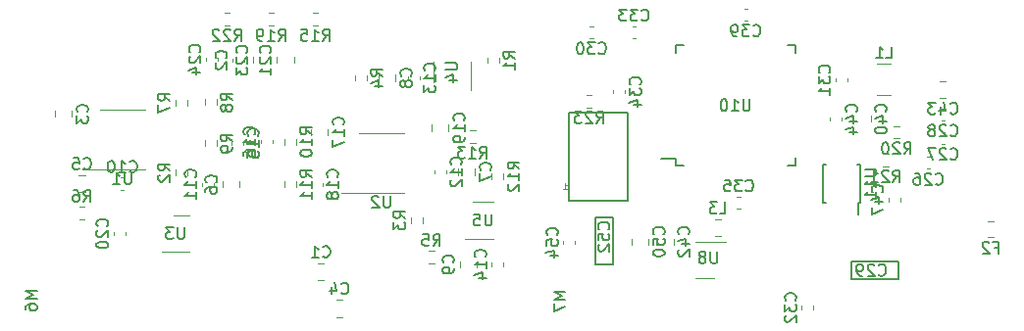
<source format=gbr>
%TF.GenerationSoftware,KiCad,Pcbnew,6.0.4-6f826c9f35~116~ubuntu20.04.1*%
%TF.CreationDate,2022-05-02T13:51:41+00:00*%
%TF.ProjectId,USTSIPIN01A,55535453-4950-4494-9e30-31412e6b6963,REV*%
%TF.SameCoordinates,Original*%
%TF.FileFunction,Legend,Bot*%
%TF.FilePolarity,Positive*%
%FSLAX46Y46*%
G04 Gerber Fmt 4.6, Leading zero omitted, Abs format (unit mm)*
G04 Created by KiCad (PCBNEW 6.0.4-6f826c9f35~116~ubuntu20.04.1) date 2022-05-02 13:51:41*
%MOMM*%
%LPD*%
G01*
G04 APERTURE LIST*
%ADD10C,0.150000*%
%ADD11C,0.050000*%
%ADD12C,0.120000*%
G04 APERTURE END LIST*
D10*
%TO.C,C20*%
X8993142Y20194857D02*
X9040761Y20242476D01*
X9088380Y20385333D01*
X9088380Y20480571D01*
X9040761Y20623428D01*
X8945523Y20718666D01*
X8850285Y20766285D01*
X8659809Y20813904D01*
X8516952Y20813904D01*
X8326476Y20766285D01*
X8231238Y20718666D01*
X8136000Y20623428D01*
X8088380Y20480571D01*
X8088380Y20385333D01*
X8136000Y20242476D01*
X8183619Y20194857D01*
X8183619Y19813904D02*
X8136000Y19766285D01*
X8088380Y19671047D01*
X8088380Y19432952D01*
X8136000Y19337714D01*
X8183619Y19290095D01*
X8278857Y19242476D01*
X8374095Y19242476D01*
X8516952Y19290095D01*
X9088380Y19861523D01*
X9088380Y19242476D01*
X8088380Y18623428D02*
X8088380Y18528190D01*
X8136000Y18432952D01*
X8183619Y18385333D01*
X8278857Y18337714D01*
X8469333Y18290095D01*
X8707428Y18290095D01*
X8897904Y18337714D01*
X8993142Y18385333D01*
X9040761Y18432952D01*
X9088380Y18528190D01*
X9088380Y18623428D01*
X9040761Y18718666D01*
X8993142Y18766285D01*
X8897904Y18813904D01*
X8707428Y18861523D01*
X8469333Y18861523D01*
X8278857Y18813904D01*
X8183619Y18766285D01*
X8136000Y18718666D01*
X8088380Y18623428D01*
%TO.C,C1*%
X27631666Y17572857D02*
X27679285Y17525238D01*
X27822142Y17477619D01*
X27917380Y17477619D01*
X28060238Y17525238D01*
X28155476Y17620476D01*
X28203095Y17715714D01*
X28250714Y17906190D01*
X28250714Y18049047D01*
X28203095Y18239523D01*
X28155476Y18334761D01*
X28060238Y18430000D01*
X27917380Y18477619D01*
X27822142Y18477619D01*
X27679285Y18430000D01*
X27631666Y18382380D01*
X26679285Y17477619D02*
X27250714Y17477619D01*
X26965000Y17477619D02*
X26965000Y18477619D01*
X27060238Y18334761D01*
X27155476Y18239523D01*
X27250714Y18191904D01*
%TO.C,C3*%
X7277142Y30069166D02*
X7324761Y30116785D01*
X7372380Y30259642D01*
X7372380Y30354880D01*
X7324761Y30497738D01*
X7229523Y30592976D01*
X7134285Y30640595D01*
X6943809Y30688214D01*
X6800952Y30688214D01*
X6610476Y30640595D01*
X6515238Y30592976D01*
X6420000Y30497738D01*
X6372380Y30354880D01*
X6372380Y30259642D01*
X6420000Y30116785D01*
X6467619Y30069166D01*
X6372380Y29735833D02*
X6372380Y29116785D01*
X6753333Y29450119D01*
X6753333Y29307261D01*
X6800952Y29212023D01*
X6848571Y29164404D01*
X6943809Y29116785D01*
X7181904Y29116785D01*
X7277142Y29164404D01*
X7324761Y29212023D01*
X7372380Y29307261D01*
X7372380Y29592976D01*
X7324761Y29688214D01*
X7277142Y29735833D01*
%TO.C,C4*%
X29219166Y14397857D02*
X29266785Y14350238D01*
X29409642Y14302619D01*
X29504880Y14302619D01*
X29647738Y14350238D01*
X29742976Y14445476D01*
X29790595Y14540714D01*
X29838214Y14731190D01*
X29838214Y14874047D01*
X29790595Y15064523D01*
X29742976Y15159761D01*
X29647738Y15255000D01*
X29504880Y15302619D01*
X29409642Y15302619D01*
X29266785Y15255000D01*
X29219166Y15207380D01*
X28362023Y14969285D02*
X28362023Y14302619D01*
X28600119Y15350238D02*
X28838214Y14635952D01*
X28219166Y14635952D01*
%TO.C,C5*%
X6994166Y25192857D02*
X7041785Y25145238D01*
X7184642Y25097619D01*
X7279880Y25097619D01*
X7422738Y25145238D01*
X7517976Y25240476D01*
X7565595Y25335714D01*
X7613214Y25526190D01*
X7613214Y25669047D01*
X7565595Y25859523D01*
X7517976Y25954761D01*
X7422738Y26050000D01*
X7279880Y26097619D01*
X7184642Y26097619D01*
X7041785Y26050000D01*
X6994166Y26002380D01*
X6089404Y26097619D02*
X6565595Y26097619D01*
X6613214Y25621428D01*
X6565595Y25669047D01*
X6470357Y25716666D01*
X6232261Y25716666D01*
X6137023Y25669047D01*
X6089404Y25621428D01*
X6041785Y25526190D01*
X6041785Y25288095D01*
X6089404Y25192857D01*
X6137023Y25145238D01*
X6232261Y25097619D01*
X6470357Y25097619D01*
X6565595Y25145238D01*
X6613214Y25192857D01*
%TO.C,C6*%
X18395142Y23973166D02*
X18442761Y24020785D01*
X18490380Y24163642D01*
X18490380Y24258880D01*
X18442761Y24401738D01*
X18347523Y24496976D01*
X18252285Y24544595D01*
X18061809Y24592214D01*
X17918952Y24592214D01*
X17728476Y24544595D01*
X17633238Y24496976D01*
X17538000Y24401738D01*
X17490380Y24258880D01*
X17490380Y24163642D01*
X17538000Y24020785D01*
X17585619Y23973166D01*
X17490380Y23116023D02*
X17490380Y23306500D01*
X17538000Y23401738D01*
X17585619Y23449357D01*
X17728476Y23544595D01*
X17918952Y23592214D01*
X18299904Y23592214D01*
X18395142Y23544595D01*
X18442761Y23496976D01*
X18490380Y23401738D01*
X18490380Y23211261D01*
X18442761Y23116023D01*
X18395142Y23068404D01*
X18299904Y23020785D01*
X18061809Y23020785D01*
X17966571Y23068404D01*
X17918952Y23116023D01*
X17871333Y23211261D01*
X17871333Y23401738D01*
X17918952Y23496976D01*
X17966571Y23544595D01*
X18061809Y23592214D01*
%TO.C,C7*%
X42075142Y25052666D02*
X42122761Y25100285D01*
X42170380Y25243142D01*
X42170380Y25338380D01*
X42122761Y25481238D01*
X42027523Y25576476D01*
X41932285Y25624095D01*
X41741809Y25671714D01*
X41598952Y25671714D01*
X41408476Y25624095D01*
X41313238Y25576476D01*
X41218000Y25481238D01*
X41170380Y25338380D01*
X41170380Y25243142D01*
X41218000Y25100285D01*
X41265619Y25052666D01*
X41170380Y24719333D02*
X41170380Y24052666D01*
X42170380Y24481238D01*
%TO.C,C8*%
X35217142Y33180666D02*
X35264761Y33228285D01*
X35312380Y33371142D01*
X35312380Y33466380D01*
X35264761Y33609238D01*
X35169523Y33704476D01*
X35074285Y33752095D01*
X34883809Y33799714D01*
X34740952Y33799714D01*
X34550476Y33752095D01*
X34455238Y33704476D01*
X34360000Y33609238D01*
X34312380Y33466380D01*
X34312380Y33371142D01*
X34360000Y33228285D01*
X34407619Y33180666D01*
X34740952Y32609238D02*
X34693333Y32704476D01*
X34645714Y32752095D01*
X34550476Y32799714D01*
X34502857Y32799714D01*
X34407619Y32752095D01*
X34360000Y32704476D01*
X34312380Y32609238D01*
X34312380Y32418761D01*
X34360000Y32323523D01*
X34407619Y32275904D01*
X34502857Y32228285D01*
X34550476Y32228285D01*
X34645714Y32275904D01*
X34693333Y32323523D01*
X34740952Y32418761D01*
X34740952Y32609238D01*
X34788571Y32704476D01*
X34836190Y32752095D01*
X34931428Y32799714D01*
X35121904Y32799714D01*
X35217142Y32752095D01*
X35264761Y32704476D01*
X35312380Y32609238D01*
X35312380Y32418761D01*
X35264761Y32323523D01*
X35217142Y32275904D01*
X35121904Y32228285D01*
X34931428Y32228285D01*
X34836190Y32275904D01*
X34788571Y32323523D01*
X34740952Y32418761D01*
%TO.C,C9*%
X38842142Y17051666D02*
X38889761Y17099285D01*
X38937380Y17242142D01*
X38937380Y17337380D01*
X38889761Y17480238D01*
X38794523Y17575476D01*
X38699285Y17623095D01*
X38508809Y17670714D01*
X38365952Y17670714D01*
X38175476Y17623095D01*
X38080238Y17575476D01*
X37985000Y17480238D01*
X37937380Y17337380D01*
X37937380Y17242142D01*
X37985000Y17099285D01*
X38032619Y17051666D01*
X38937380Y16575476D02*
X38937380Y16385000D01*
X38889761Y16289761D01*
X38842142Y16242142D01*
X38699285Y16146904D01*
X38508809Y16099285D01*
X38127857Y16099285D01*
X38032619Y16146904D01*
X37985000Y16194523D01*
X37937380Y16289761D01*
X37937380Y16480238D01*
X37985000Y16575476D01*
X38032619Y16623095D01*
X38127857Y16670714D01*
X38365952Y16670714D01*
X38461190Y16623095D01*
X38508809Y16575476D01*
X38556428Y16480238D01*
X38556428Y16289761D01*
X38508809Y16194523D01*
X38461190Y16146904D01*
X38365952Y16099285D01*
%TO.C,C10*%
X10962857Y24942857D02*
X11010476Y24895238D01*
X11153333Y24847619D01*
X11248571Y24847619D01*
X11391428Y24895238D01*
X11486666Y24990476D01*
X11534285Y25085714D01*
X11581904Y25276190D01*
X11581904Y25419047D01*
X11534285Y25609523D01*
X11486666Y25704761D01*
X11391428Y25800000D01*
X11248571Y25847619D01*
X11153333Y25847619D01*
X11010476Y25800000D01*
X10962857Y25752380D01*
X10010476Y24847619D02*
X10581904Y24847619D01*
X10296190Y24847619D02*
X10296190Y25847619D01*
X10391428Y25704761D01*
X10486666Y25609523D01*
X10581904Y25561904D01*
X9391428Y25847619D02*
X9296190Y25847619D01*
X9200952Y25800000D01*
X9153333Y25752380D01*
X9105714Y25657142D01*
X9058095Y25466666D01*
X9058095Y25228571D01*
X9105714Y25038095D01*
X9153333Y24942857D01*
X9200952Y24895238D01*
X9296190Y24847619D01*
X9391428Y24847619D01*
X9486666Y24895238D01*
X9534285Y24942857D01*
X9581904Y25038095D01*
X9629523Y25228571D01*
X9629523Y25466666D01*
X9581904Y25657142D01*
X9534285Y25752380D01*
X9486666Y25800000D01*
X9391428Y25847619D01*
%TO.C,C11*%
X16613142Y24449357D02*
X16660761Y24496976D01*
X16708380Y24639833D01*
X16708380Y24735071D01*
X16660761Y24877928D01*
X16565523Y24973166D01*
X16470285Y25020785D01*
X16279809Y25068404D01*
X16136952Y25068404D01*
X15946476Y25020785D01*
X15851238Y24973166D01*
X15756000Y24877928D01*
X15708380Y24735071D01*
X15708380Y24639833D01*
X15756000Y24496976D01*
X15803619Y24449357D01*
X16708380Y23496976D02*
X16708380Y24068404D01*
X16708380Y23782690D02*
X15708380Y23782690D01*
X15851238Y23877928D01*
X15946476Y23973166D01*
X15994095Y24068404D01*
X16708380Y22544595D02*
X16708380Y23116023D01*
X16708380Y22830309D02*
X15708380Y22830309D01*
X15851238Y22925547D01*
X15946476Y23020785D01*
X15994095Y23116023D01*
%TO.C,C12*%
X39539142Y25528857D02*
X39586761Y25576476D01*
X39634380Y25719333D01*
X39634380Y25814571D01*
X39586761Y25957428D01*
X39491523Y26052666D01*
X39396285Y26100285D01*
X39205809Y26147904D01*
X39062952Y26147904D01*
X38872476Y26100285D01*
X38777238Y26052666D01*
X38682000Y25957428D01*
X38634380Y25814571D01*
X38634380Y25719333D01*
X38682000Y25576476D01*
X38729619Y25528857D01*
X39634380Y24576476D02*
X39634380Y25147904D01*
X39634380Y24862190D02*
X38634380Y24862190D01*
X38777238Y24957428D01*
X38872476Y25052666D01*
X38920095Y25147904D01*
X38729619Y24195523D02*
X38682000Y24147904D01*
X38634380Y24052666D01*
X38634380Y23814571D01*
X38682000Y23719333D01*
X38729619Y23671714D01*
X38824857Y23624095D01*
X38920095Y23624095D01*
X39062952Y23671714D01*
X39634380Y24243142D01*
X39634380Y23624095D01*
%TO.C,C13*%
X37253142Y33656857D02*
X37300761Y33704476D01*
X37348380Y33847333D01*
X37348380Y33942571D01*
X37300761Y34085428D01*
X37205523Y34180666D01*
X37110285Y34228285D01*
X36919809Y34275904D01*
X36776952Y34275904D01*
X36586476Y34228285D01*
X36491238Y34180666D01*
X36396000Y34085428D01*
X36348380Y33942571D01*
X36348380Y33847333D01*
X36396000Y33704476D01*
X36443619Y33656857D01*
X37348380Y32704476D02*
X37348380Y33275904D01*
X37348380Y32990190D02*
X36348380Y32990190D01*
X36491238Y33085428D01*
X36586476Y33180666D01*
X36634095Y33275904D01*
X36348380Y32371142D02*
X36348380Y31752095D01*
X36729333Y32085428D01*
X36729333Y31942571D01*
X36776952Y31847333D01*
X36824571Y31799714D01*
X36919809Y31752095D01*
X37157904Y31752095D01*
X37253142Y31799714D01*
X37300761Y31847333D01*
X37348380Y31942571D01*
X37348380Y32228285D01*
X37300761Y32323523D01*
X37253142Y32371142D01*
%TO.C,C14*%
X41632142Y17527857D02*
X41679761Y17575476D01*
X41727380Y17718333D01*
X41727380Y17813571D01*
X41679761Y17956428D01*
X41584523Y18051666D01*
X41489285Y18099285D01*
X41298809Y18146904D01*
X41155952Y18146904D01*
X40965476Y18099285D01*
X40870238Y18051666D01*
X40775000Y17956428D01*
X40727380Y17813571D01*
X40727380Y17718333D01*
X40775000Y17575476D01*
X40822619Y17527857D01*
X41727380Y16575476D02*
X41727380Y17146904D01*
X41727380Y16861190D02*
X40727380Y16861190D01*
X40870238Y16956428D01*
X40965476Y17051666D01*
X41013095Y17146904D01*
X41060714Y15718333D02*
X41727380Y15718333D01*
X40679761Y15956428D02*
X41394047Y16194523D01*
X41394047Y15575476D01*
%TO.C,C15*%
X22013142Y28005357D02*
X22060761Y28052976D01*
X22108380Y28195833D01*
X22108380Y28291071D01*
X22060761Y28433928D01*
X21965523Y28529166D01*
X21870285Y28576785D01*
X21679809Y28624404D01*
X21536952Y28624404D01*
X21346476Y28576785D01*
X21251238Y28529166D01*
X21156000Y28433928D01*
X21108380Y28291071D01*
X21108380Y28195833D01*
X21156000Y28052976D01*
X21203619Y28005357D01*
X22108380Y27052976D02*
X22108380Y27624404D01*
X22108380Y27338690D02*
X21108380Y27338690D01*
X21251238Y27433928D01*
X21346476Y27529166D01*
X21394095Y27624404D01*
X21108380Y26148214D02*
X21108380Y26624404D01*
X21584571Y26672023D01*
X21536952Y26624404D01*
X21489333Y26529166D01*
X21489333Y26291071D01*
X21536952Y26195833D01*
X21584571Y26148214D01*
X21679809Y26100595D01*
X21917904Y26100595D01*
X22013142Y26148214D01*
X22060761Y26195833D01*
X22108380Y26291071D01*
X22108380Y26529166D01*
X22060761Y26624404D01*
X22013142Y26672023D01*
%TO.C,C16*%
X21693142Y28132357D02*
X21740761Y28179976D01*
X21788380Y28322833D01*
X21788380Y28418071D01*
X21740761Y28560928D01*
X21645523Y28656166D01*
X21550285Y28703785D01*
X21359809Y28751404D01*
X21216952Y28751404D01*
X21026476Y28703785D01*
X20931238Y28656166D01*
X20836000Y28560928D01*
X20788380Y28418071D01*
X20788380Y28322833D01*
X20836000Y28179976D01*
X20883619Y28132357D01*
X21788380Y27179976D02*
X21788380Y27751404D01*
X21788380Y27465690D02*
X20788380Y27465690D01*
X20931238Y27560928D01*
X21026476Y27656166D01*
X21074095Y27751404D01*
X20788380Y26322833D02*
X20788380Y26513309D01*
X20836000Y26608547D01*
X20883619Y26656166D01*
X21026476Y26751404D01*
X21216952Y26799023D01*
X21597904Y26799023D01*
X21693142Y26751404D01*
X21740761Y26703785D01*
X21788380Y26608547D01*
X21788380Y26418071D01*
X21740761Y26322833D01*
X21693142Y26275214D01*
X21597904Y26227595D01*
X21359809Y26227595D01*
X21264571Y26275214D01*
X21216952Y26322833D01*
X21169333Y26418071D01*
X21169333Y26608547D01*
X21216952Y26703785D01*
X21264571Y26751404D01*
X21359809Y26799023D01*
%TO.C,C17*%
X29375142Y28957857D02*
X29422761Y29005476D01*
X29470380Y29148333D01*
X29470380Y29243571D01*
X29422761Y29386428D01*
X29327523Y29481666D01*
X29232285Y29529285D01*
X29041809Y29576904D01*
X28898952Y29576904D01*
X28708476Y29529285D01*
X28613238Y29481666D01*
X28518000Y29386428D01*
X28470380Y29243571D01*
X28470380Y29148333D01*
X28518000Y29005476D01*
X28565619Y28957857D01*
X29470380Y28005476D02*
X29470380Y28576904D01*
X29470380Y28291190D02*
X28470380Y28291190D01*
X28613238Y28386428D01*
X28708476Y28481666D01*
X28756095Y28576904D01*
X28470380Y27672142D02*
X28470380Y27005476D01*
X29470380Y27434047D01*
%TO.C,C18*%
X28871142Y24449357D02*
X28918761Y24496976D01*
X28966380Y24639833D01*
X28966380Y24735071D01*
X28918761Y24877928D01*
X28823523Y24973166D01*
X28728285Y25020785D01*
X28537809Y25068404D01*
X28394952Y25068404D01*
X28204476Y25020785D01*
X28109238Y24973166D01*
X28014000Y24877928D01*
X27966380Y24735071D01*
X27966380Y24639833D01*
X28014000Y24496976D01*
X28061619Y24449357D01*
X28966380Y23496976D02*
X28966380Y24068404D01*
X28966380Y23782690D02*
X27966380Y23782690D01*
X28109238Y23877928D01*
X28204476Y23973166D01*
X28252095Y24068404D01*
X28394952Y22925547D02*
X28347333Y23020785D01*
X28299714Y23068404D01*
X28204476Y23116023D01*
X28156857Y23116023D01*
X28061619Y23068404D01*
X28014000Y23020785D01*
X27966380Y22925547D01*
X27966380Y22735071D01*
X28014000Y22639833D01*
X28061619Y22592214D01*
X28156857Y22544595D01*
X28204476Y22544595D01*
X28299714Y22592214D01*
X28347333Y22639833D01*
X28394952Y22735071D01*
X28394952Y22925547D01*
X28442571Y23020785D01*
X28490190Y23068404D01*
X28585428Y23116023D01*
X28775904Y23116023D01*
X28871142Y23068404D01*
X28918761Y23020785D01*
X28966380Y22925547D01*
X28966380Y22735071D01*
X28918761Y22639833D01*
X28871142Y22592214D01*
X28775904Y22544595D01*
X28585428Y22544595D01*
X28490190Y22592214D01*
X28442571Y22639833D01*
X28394952Y22735071D01*
%TO.C,C19*%
X39789142Y29338857D02*
X39836761Y29386476D01*
X39884380Y29529333D01*
X39884380Y29624571D01*
X39836761Y29767428D01*
X39741523Y29862666D01*
X39646285Y29910285D01*
X39455809Y29957904D01*
X39312952Y29957904D01*
X39122476Y29910285D01*
X39027238Y29862666D01*
X38932000Y29767428D01*
X38884380Y29624571D01*
X38884380Y29529333D01*
X38932000Y29386476D01*
X38979619Y29338857D01*
X39884380Y28386476D02*
X39884380Y28957904D01*
X39884380Y28672190D02*
X38884380Y28672190D01*
X39027238Y28767428D01*
X39122476Y28862666D01*
X39170095Y28957904D01*
X39884380Y27910285D02*
X39884380Y27719809D01*
X39836761Y27624571D01*
X39789142Y27576952D01*
X39646285Y27481714D01*
X39455809Y27434095D01*
X39074857Y27434095D01*
X38979619Y27481714D01*
X38932000Y27529333D01*
X38884380Y27624571D01*
X38884380Y27815047D01*
X38932000Y27910285D01*
X38979619Y27957904D01*
X39074857Y28005523D01*
X39312952Y28005523D01*
X39408190Y27957904D01*
X39455809Y27910285D01*
X39503428Y27815047D01*
X39503428Y27624571D01*
X39455809Y27529333D01*
X39408190Y27481714D01*
X39312952Y27434095D01*
%TO.C,R3*%
X34742380Y20861666D02*
X34266190Y21195000D01*
X34742380Y21433095D02*
X33742380Y21433095D01*
X33742380Y21052142D01*
X33790000Y20956904D01*
X33837619Y20909285D01*
X33932857Y20861666D01*
X34075714Y20861666D01*
X34170952Y20909285D01*
X34218571Y20956904D01*
X34266190Y21052142D01*
X34266190Y21433095D01*
X33742380Y20528333D02*
X33742380Y19909285D01*
X34123333Y20242619D01*
X34123333Y20099761D01*
X34170952Y20004523D01*
X34218571Y19956904D01*
X34313809Y19909285D01*
X34551904Y19909285D01*
X34647142Y19956904D01*
X34694761Y20004523D01*
X34742380Y20099761D01*
X34742380Y20385476D01*
X34694761Y20480714D01*
X34647142Y20528333D01*
%TO.C,R4*%
X32776380Y33180666D02*
X32300190Y33514000D01*
X32776380Y33752095D02*
X31776380Y33752095D01*
X31776380Y33371142D01*
X31824000Y33275904D01*
X31871619Y33228285D01*
X31966857Y33180666D01*
X32109714Y33180666D01*
X32204952Y33228285D01*
X32252571Y33275904D01*
X32300190Y33371142D01*
X32300190Y33752095D01*
X32109714Y32323523D02*
X32776380Y32323523D01*
X31728761Y32561619D02*
X32443047Y32799714D01*
X32443047Y32180666D01*
%TO.C,R5*%
X37156666Y18497619D02*
X37490000Y18973809D01*
X37728095Y18497619D02*
X37728095Y19497619D01*
X37347142Y19497619D01*
X37251904Y19450000D01*
X37204285Y19402380D01*
X37156666Y19307142D01*
X37156666Y19164285D01*
X37204285Y19069047D01*
X37251904Y19021428D01*
X37347142Y18973809D01*
X37728095Y18973809D01*
X36251904Y19497619D02*
X36728095Y19497619D01*
X36775714Y19021428D01*
X36728095Y19069047D01*
X36632857Y19116666D01*
X36394761Y19116666D01*
X36299523Y19069047D01*
X36251904Y19021428D01*
X36204285Y18926190D01*
X36204285Y18688095D01*
X36251904Y18592857D01*
X36299523Y18545238D01*
X36394761Y18497619D01*
X36632857Y18497619D01*
X36728095Y18545238D01*
X36775714Y18592857D01*
%TO.C,R6*%
X6994166Y22307619D02*
X7327500Y22783809D01*
X7565595Y22307619D02*
X7565595Y23307619D01*
X7184642Y23307619D01*
X7089404Y23260000D01*
X7041785Y23212380D01*
X6994166Y23117142D01*
X6994166Y22974285D01*
X7041785Y22879047D01*
X7089404Y22831428D01*
X7184642Y22783809D01*
X7565595Y22783809D01*
X6137023Y23307619D02*
X6327500Y23307619D01*
X6422738Y23260000D01*
X6470357Y23212380D01*
X6565595Y23069523D01*
X6613214Y22879047D01*
X6613214Y22498095D01*
X6565595Y22402857D01*
X6517976Y22355238D01*
X6422738Y22307619D01*
X6232261Y22307619D01*
X6137023Y22355238D01*
X6089404Y22402857D01*
X6041785Y22498095D01*
X6041785Y22736190D01*
X6089404Y22831428D01*
X6137023Y22879047D01*
X6232261Y22926666D01*
X6422738Y22926666D01*
X6517976Y22879047D01*
X6565595Y22831428D01*
X6613214Y22736190D01*
%TO.C,R7*%
X14422380Y31021666D02*
X13946190Y31355000D01*
X14422380Y31593095D02*
X13422380Y31593095D01*
X13422380Y31212142D01*
X13470000Y31116904D01*
X13517619Y31069285D01*
X13612857Y31021666D01*
X13755714Y31021666D01*
X13850952Y31069285D01*
X13898571Y31116904D01*
X13946190Y31212142D01*
X13946190Y31593095D01*
X13422380Y30688333D02*
X13422380Y30021666D01*
X14422380Y30450238D01*
%TO.C,R8*%
X19822380Y31085166D02*
X19346190Y31418500D01*
X19822380Y31656595D02*
X18822380Y31656595D01*
X18822380Y31275642D01*
X18870000Y31180404D01*
X18917619Y31132785D01*
X19012857Y31085166D01*
X19155714Y31085166D01*
X19250952Y31132785D01*
X19298571Y31180404D01*
X19346190Y31275642D01*
X19346190Y31656595D01*
X19250952Y30513738D02*
X19203333Y30608976D01*
X19155714Y30656595D01*
X19060476Y30704214D01*
X19012857Y30704214D01*
X18917619Y30656595D01*
X18870000Y30608976D01*
X18822380Y30513738D01*
X18822380Y30323261D01*
X18870000Y30228023D01*
X18917619Y30180404D01*
X19012857Y30132785D01*
X19060476Y30132785D01*
X19155714Y30180404D01*
X19203333Y30228023D01*
X19250952Y30323261D01*
X19250952Y30513738D01*
X19298571Y30608976D01*
X19346190Y30656595D01*
X19441428Y30704214D01*
X19631904Y30704214D01*
X19727142Y30656595D01*
X19774761Y30608976D01*
X19822380Y30513738D01*
X19822380Y30323261D01*
X19774761Y30228023D01*
X19727142Y30180404D01*
X19631904Y30132785D01*
X19441428Y30132785D01*
X19346190Y30180404D01*
X19298571Y30228023D01*
X19250952Y30323261D01*
%TO.C,R9*%
X19822380Y27529166D02*
X19346190Y27862500D01*
X19822380Y28100595D02*
X18822380Y28100595D01*
X18822380Y27719642D01*
X18870000Y27624404D01*
X18917619Y27576785D01*
X19012857Y27529166D01*
X19155714Y27529166D01*
X19250952Y27576785D01*
X19298571Y27624404D01*
X19346190Y27719642D01*
X19346190Y28100595D01*
X19822380Y27052976D02*
X19822380Y26862500D01*
X19774761Y26767261D01*
X19727142Y26719642D01*
X19584285Y26624404D01*
X19393809Y26576785D01*
X19012857Y26576785D01*
X18917619Y26624404D01*
X18870000Y26672023D01*
X18822380Y26767261D01*
X18822380Y26957738D01*
X18870000Y27052976D01*
X18917619Y27100595D01*
X19012857Y27148214D01*
X19250952Y27148214D01*
X19346190Y27100595D01*
X19393809Y27052976D01*
X19441428Y26957738D01*
X19441428Y26767261D01*
X19393809Y26672023D01*
X19346190Y26624404D01*
X19250952Y26576785D01*
%TO.C,R10*%
X26680380Y28132357D02*
X26204190Y28465690D01*
X26680380Y28703785D02*
X25680380Y28703785D01*
X25680380Y28322833D01*
X25728000Y28227595D01*
X25775619Y28179976D01*
X25870857Y28132357D01*
X26013714Y28132357D01*
X26108952Y28179976D01*
X26156571Y28227595D01*
X26204190Y28322833D01*
X26204190Y28703785D01*
X26680380Y27179976D02*
X26680380Y27751404D01*
X26680380Y27465690D02*
X25680380Y27465690D01*
X25823238Y27560928D01*
X25918476Y27656166D01*
X25966095Y27751404D01*
X25680380Y26560928D02*
X25680380Y26465690D01*
X25728000Y26370452D01*
X25775619Y26322833D01*
X25870857Y26275214D01*
X26061333Y26227595D01*
X26299428Y26227595D01*
X26489904Y26275214D01*
X26585142Y26322833D01*
X26632761Y26370452D01*
X26680380Y26465690D01*
X26680380Y26560928D01*
X26632761Y26656166D01*
X26585142Y26703785D01*
X26489904Y26751404D01*
X26299428Y26799023D01*
X26061333Y26799023D01*
X25870857Y26751404D01*
X25775619Y26703785D01*
X25728000Y26656166D01*
X25680380Y26560928D01*
%TO.C,R11*%
X26680380Y24449357D02*
X26204190Y24782690D01*
X26680380Y25020785D02*
X25680380Y25020785D01*
X25680380Y24639833D01*
X25728000Y24544595D01*
X25775619Y24496976D01*
X25870857Y24449357D01*
X26013714Y24449357D01*
X26108952Y24496976D01*
X26156571Y24544595D01*
X26204190Y24639833D01*
X26204190Y25020785D01*
X26680380Y23496976D02*
X26680380Y24068404D01*
X26680380Y23782690D02*
X25680380Y23782690D01*
X25823238Y23877928D01*
X25918476Y23973166D01*
X25966095Y24068404D01*
X26680380Y22544595D02*
X26680380Y23116023D01*
X26680380Y22830309D02*
X25680380Y22830309D01*
X25823238Y22925547D01*
X25918476Y23020785D01*
X25966095Y23116023D01*
%TO.C,R12*%
X44587380Y25147857D02*
X44111190Y25481190D01*
X44587380Y25719285D02*
X43587380Y25719285D01*
X43587380Y25338333D01*
X43635000Y25243095D01*
X43682619Y25195476D01*
X43777857Y25147857D01*
X43920714Y25147857D01*
X44015952Y25195476D01*
X44063571Y25243095D01*
X44111190Y25338333D01*
X44111190Y25719285D01*
X44587380Y24195476D02*
X44587380Y24766904D01*
X44587380Y24481190D02*
X43587380Y24481190D01*
X43730238Y24576428D01*
X43825476Y24671666D01*
X43873095Y24766904D01*
X43682619Y23814523D02*
X43635000Y23766904D01*
X43587380Y23671666D01*
X43587380Y23433571D01*
X43635000Y23338333D01*
X43682619Y23290714D01*
X43777857Y23243095D01*
X43873095Y23243095D01*
X44015952Y23290714D01*
X44587380Y23862142D01*
X44587380Y23243095D01*
%TO.C,R13*%
X41188857Y26051619D02*
X41522190Y26527809D01*
X41760285Y26051619D02*
X41760285Y27051619D01*
X41379333Y27051619D01*
X41284095Y27004000D01*
X41236476Y26956380D01*
X41188857Y26861142D01*
X41188857Y26718285D01*
X41236476Y26623047D01*
X41284095Y26575428D01*
X41379333Y26527809D01*
X41760285Y26527809D01*
X40236476Y26051619D02*
X40807904Y26051619D01*
X40522190Y26051619D02*
X40522190Y27051619D01*
X40617428Y26908761D01*
X40712666Y26813523D01*
X40807904Y26765904D01*
X39903142Y27051619D02*
X39284095Y27051619D01*
X39617428Y26670666D01*
X39474571Y26670666D01*
X39379333Y26623047D01*
X39331714Y26575428D01*
X39284095Y26480190D01*
X39284095Y26242095D01*
X39331714Y26146857D01*
X39379333Y26099238D01*
X39474571Y26051619D01*
X39760285Y26051619D01*
X39855523Y26099238D01*
X39903142Y26146857D01*
%TO.C,U1*%
X11081904Y24827619D02*
X11081904Y24018095D01*
X11034285Y23922857D01*
X10986666Y23875238D01*
X10891428Y23827619D01*
X10700952Y23827619D01*
X10605714Y23875238D01*
X10558095Y23922857D01*
X10510476Y24018095D01*
X10510476Y24827619D01*
X9510476Y23827619D02*
X10081904Y23827619D01*
X9796190Y23827619D02*
X9796190Y24827619D01*
X9891428Y24684761D01*
X9986666Y24589523D01*
X10081904Y24541904D01*
%TO.C,U4*%
X38220380Y34283904D02*
X39029904Y34283904D01*
X39125142Y34236285D01*
X39172761Y34188666D01*
X39220380Y34093428D01*
X39220380Y33902952D01*
X39172761Y33807714D01*
X39125142Y33760095D01*
X39029904Y33712476D01*
X38220380Y33712476D01*
X38553714Y32807714D02*
X39220380Y32807714D01*
X38172761Y33045809D02*
X38887047Y33283904D01*
X38887047Y32664857D01*
%TO.C,U5*%
X42196904Y21242619D02*
X42196904Y20433095D01*
X42149285Y20337857D01*
X42101666Y20290238D01*
X42006428Y20242619D01*
X41815952Y20242619D01*
X41720714Y20290238D01*
X41673095Y20337857D01*
X41625476Y20433095D01*
X41625476Y21242619D01*
X40673095Y21242619D02*
X41149285Y21242619D01*
X41196904Y20766428D01*
X41149285Y20814047D01*
X41054047Y20861666D01*
X40815952Y20861666D01*
X40720714Y20814047D01*
X40673095Y20766428D01*
X40625476Y20671190D01*
X40625476Y20433095D01*
X40673095Y20337857D01*
X40720714Y20290238D01*
X40815952Y20242619D01*
X41054047Y20242619D01*
X41149285Y20290238D01*
X41196904Y20337857D01*
%TO.C,R2*%
X14422380Y24989166D02*
X13946190Y25322500D01*
X14422380Y25560595D02*
X13422380Y25560595D01*
X13422380Y25179642D01*
X13470000Y25084404D01*
X13517619Y25036785D01*
X13612857Y24989166D01*
X13755714Y24989166D01*
X13850952Y25036785D01*
X13898571Y25084404D01*
X13946190Y25179642D01*
X13946190Y25560595D01*
X13517619Y24608214D02*
X13470000Y24560595D01*
X13422380Y24465357D01*
X13422380Y24227261D01*
X13470000Y24132023D01*
X13517619Y24084404D01*
X13612857Y24036785D01*
X13708095Y24036785D01*
X13850952Y24084404D01*
X14422380Y24655833D01*
X14422380Y24036785D01*
%TO.C,U2*%
X33433904Y22795619D02*
X33433904Y21986095D01*
X33386285Y21890857D01*
X33338666Y21843238D01*
X33243428Y21795619D01*
X33052952Y21795619D01*
X32957714Y21843238D01*
X32910095Y21890857D01*
X32862476Y21986095D01*
X32862476Y22795619D01*
X32433904Y22700380D02*
X32386285Y22748000D01*
X32291047Y22795619D01*
X32052952Y22795619D01*
X31957714Y22748000D01*
X31910095Y22700380D01*
X31862476Y22605142D01*
X31862476Y22509904D01*
X31910095Y22367047D01*
X32481523Y21795619D01*
X31862476Y21795619D01*
%TO.C,R1*%
X44206380Y34704666D02*
X43730190Y35038000D01*
X44206380Y35276095D02*
X43206380Y35276095D01*
X43206380Y34895142D01*
X43254000Y34799904D01*
X43301619Y34752285D01*
X43396857Y34704666D01*
X43539714Y34704666D01*
X43634952Y34752285D01*
X43682571Y34799904D01*
X43730190Y34895142D01*
X43730190Y35276095D01*
X44206380Y33752285D02*
X44206380Y34323714D01*
X44206380Y34038000D02*
X43206380Y34038000D01*
X43349238Y34133238D01*
X43444476Y34228476D01*
X43492095Y34323714D01*
%TO.C,C2*%
X19247142Y34710666D02*
X19294761Y34758285D01*
X19342380Y34901142D01*
X19342380Y34996380D01*
X19294761Y35139238D01*
X19199523Y35234476D01*
X19104285Y35282095D01*
X18913809Y35329714D01*
X18770952Y35329714D01*
X18580476Y35282095D01*
X18485238Y35234476D01*
X18390000Y35139238D01*
X18342380Y34996380D01*
X18342380Y34901142D01*
X18390000Y34758285D01*
X18437619Y34710666D01*
X18437619Y34329714D02*
X18390000Y34282095D01*
X18342380Y34186857D01*
X18342380Y33948761D01*
X18390000Y33853523D01*
X18437619Y33805904D01*
X18532857Y33758285D01*
X18628095Y33758285D01*
X18770952Y33805904D01*
X19342380Y34377333D01*
X19342380Y33758285D01*
%TO.C,U3*%
X15653904Y20099619D02*
X15653904Y19290095D01*
X15606285Y19194857D01*
X15558666Y19147238D01*
X15463428Y19099619D01*
X15272952Y19099619D01*
X15177714Y19147238D01*
X15130095Y19194857D01*
X15082476Y19290095D01*
X15082476Y20099619D01*
X14701523Y20099619D02*
X14082476Y20099619D01*
X14415809Y19718666D01*
X14272952Y19718666D01*
X14177714Y19671047D01*
X14130095Y19623428D01*
X14082476Y19528190D01*
X14082476Y19290095D01*
X14130095Y19194857D01*
X14177714Y19147238D01*
X14272952Y19099619D01*
X14558666Y19099619D01*
X14653904Y19147238D01*
X14701523Y19194857D01*
%TO.C,C21*%
X23061142Y35186857D02*
X23108761Y35234476D01*
X23156380Y35377333D01*
X23156380Y35472571D01*
X23108761Y35615428D01*
X23013523Y35710666D01*
X22918285Y35758285D01*
X22727809Y35805904D01*
X22584952Y35805904D01*
X22394476Y35758285D01*
X22299238Y35710666D01*
X22204000Y35615428D01*
X22156380Y35472571D01*
X22156380Y35377333D01*
X22204000Y35234476D01*
X22251619Y35186857D01*
X22251619Y34805904D02*
X22204000Y34758285D01*
X22156380Y34663047D01*
X22156380Y34424952D01*
X22204000Y34329714D01*
X22251619Y34282095D01*
X22346857Y34234476D01*
X22442095Y34234476D01*
X22584952Y34282095D01*
X23156380Y34853523D01*
X23156380Y34234476D01*
X23156380Y33282095D02*
X23156380Y33853523D01*
X23156380Y33567809D02*
X22156380Y33567809D01*
X22299238Y33663047D01*
X22394476Y33758285D01*
X22442095Y33853523D01*
%TO.C,F2*%
X85613833Y18360428D02*
X85947166Y18360428D01*
X85947166Y17836619D02*
X85947166Y18836619D01*
X85470976Y18836619D01*
X85137642Y18741380D02*
X85090023Y18789000D01*
X84994785Y18836619D01*
X84756690Y18836619D01*
X84661452Y18789000D01*
X84613833Y18741380D01*
X84566214Y18646142D01*
X84566214Y18550904D01*
X84613833Y18408047D01*
X85185261Y17836619D01*
X84566214Y17836619D01*
%TO.C,L3*%
X61888666Y21263619D02*
X62364857Y21263619D01*
X62364857Y22263619D01*
X61650571Y22263619D02*
X61031523Y22263619D01*
X61364857Y21882666D01*
X61222000Y21882666D01*
X61126761Y21835047D01*
X61079142Y21787428D01*
X61031523Y21692190D01*
X61031523Y21454095D01*
X61079142Y21358857D01*
X61126761Y21311238D01*
X61222000Y21263619D01*
X61507714Y21263619D01*
X61602952Y21311238D01*
X61650571Y21358857D01*
%TO.C,C50*%
X57028142Y19502357D02*
X57075761Y19549976D01*
X57123380Y19692833D01*
X57123380Y19788071D01*
X57075761Y19930928D01*
X56980523Y20026166D01*
X56885285Y20073785D01*
X56694809Y20121404D01*
X56551952Y20121404D01*
X56361476Y20073785D01*
X56266238Y20026166D01*
X56171000Y19930928D01*
X56123380Y19788071D01*
X56123380Y19692833D01*
X56171000Y19549976D01*
X56218619Y19502357D01*
X56123380Y18597595D02*
X56123380Y19073785D01*
X56599571Y19121404D01*
X56551952Y19073785D01*
X56504333Y18978547D01*
X56504333Y18740452D01*
X56551952Y18645214D01*
X56599571Y18597595D01*
X56694809Y18549976D01*
X56932904Y18549976D01*
X57028142Y18597595D01*
X57075761Y18645214D01*
X57123380Y18740452D01*
X57123380Y18978547D01*
X57075761Y19073785D01*
X57028142Y19121404D01*
X56123380Y17930928D02*
X56123380Y17835690D01*
X56171000Y17740452D01*
X56218619Y17692833D01*
X56313857Y17645214D01*
X56504333Y17597595D01*
X56742428Y17597595D01*
X56932904Y17645214D01*
X57028142Y17692833D01*
X57075761Y17740452D01*
X57123380Y17835690D01*
X57123380Y17930928D01*
X57075761Y18026166D01*
X57028142Y18073785D01*
X56932904Y18121404D01*
X56742428Y18169023D01*
X56504333Y18169023D01*
X56313857Y18121404D01*
X56218619Y18073785D01*
X56171000Y18026166D01*
X56123380Y17930928D01*
%TO.C,C42*%
X59187142Y19502357D02*
X59234761Y19549976D01*
X59282380Y19692833D01*
X59282380Y19788071D01*
X59234761Y19930928D01*
X59139523Y20026166D01*
X59044285Y20073785D01*
X58853809Y20121404D01*
X58710952Y20121404D01*
X58520476Y20073785D01*
X58425238Y20026166D01*
X58330000Y19930928D01*
X58282380Y19788071D01*
X58282380Y19692833D01*
X58330000Y19549976D01*
X58377619Y19502357D01*
X58615714Y18645214D02*
X59282380Y18645214D01*
X58234761Y18883309D02*
X58949047Y19121404D01*
X58949047Y18502357D01*
X58377619Y18169023D02*
X58330000Y18121404D01*
X58282380Y18026166D01*
X58282380Y17788071D01*
X58330000Y17692833D01*
X58377619Y17645214D01*
X58472857Y17597595D01*
X58568095Y17597595D01*
X58710952Y17645214D01*
X59282380Y18216642D01*
X59282380Y17597595D01*
%TO.C,C52*%
X52274742Y19921457D02*
X52322361Y19969076D01*
X52369980Y20111933D01*
X52369980Y20207171D01*
X52322361Y20350028D01*
X52227123Y20445266D01*
X52131885Y20492885D01*
X51941409Y20540504D01*
X51798552Y20540504D01*
X51608076Y20492885D01*
X51512838Y20445266D01*
X51417600Y20350028D01*
X51369980Y20207171D01*
X51369980Y20111933D01*
X51417600Y19969076D01*
X51465219Y19921457D01*
X51369980Y19016695D02*
X51369980Y19492885D01*
X51846171Y19540504D01*
X51798552Y19492885D01*
X51750933Y19397647D01*
X51750933Y19159552D01*
X51798552Y19064314D01*
X51846171Y19016695D01*
X51941409Y18969076D01*
X52179504Y18969076D01*
X52274742Y19016695D01*
X52322361Y19064314D01*
X52369980Y19159552D01*
X52369980Y19397647D01*
X52322361Y19492885D01*
X52274742Y19540504D01*
X51465219Y18588123D02*
X51417600Y18540504D01*
X51369980Y18445266D01*
X51369980Y18207171D01*
X51417600Y18111933D01*
X51465219Y18064314D01*
X51560457Y18016695D01*
X51655695Y18016695D01*
X51798552Y18064314D01*
X52369980Y18635742D01*
X52369980Y18016695D01*
%TO.C,C44*%
X73669142Y30106857D02*
X73716761Y30154476D01*
X73764380Y30297333D01*
X73764380Y30392571D01*
X73716761Y30535428D01*
X73621523Y30630666D01*
X73526285Y30678285D01*
X73335809Y30725904D01*
X73192952Y30725904D01*
X73002476Y30678285D01*
X72907238Y30630666D01*
X72812000Y30535428D01*
X72764380Y30392571D01*
X72764380Y30297333D01*
X72812000Y30154476D01*
X72859619Y30106857D01*
X73097714Y29249714D02*
X73764380Y29249714D01*
X72716761Y29487809D02*
X73431047Y29725904D01*
X73431047Y29106857D01*
X73097714Y28297333D02*
X73764380Y28297333D01*
X72716761Y28535428D02*
X73431047Y28773523D01*
X73431047Y28154476D01*
%TO.C,C40*%
X76205142Y30106857D02*
X76252761Y30154476D01*
X76300380Y30297333D01*
X76300380Y30392571D01*
X76252761Y30535428D01*
X76157523Y30630666D01*
X76062285Y30678285D01*
X75871809Y30725904D01*
X75728952Y30725904D01*
X75538476Y30678285D01*
X75443238Y30630666D01*
X75348000Y30535428D01*
X75300380Y30392571D01*
X75300380Y30297333D01*
X75348000Y30154476D01*
X75395619Y30106857D01*
X75633714Y29249714D02*
X76300380Y29249714D01*
X75252761Y29487809D02*
X75967047Y29725904D01*
X75967047Y29106857D01*
X75300380Y28535428D02*
X75300380Y28440190D01*
X75348000Y28344952D01*
X75395619Y28297333D01*
X75490857Y28249714D01*
X75681333Y28202095D01*
X75919428Y28202095D01*
X76109904Y28249714D01*
X76205142Y28297333D01*
X76252761Y28344952D01*
X76300380Y28440190D01*
X76300380Y28535428D01*
X76252761Y28630666D01*
X76205142Y28678285D01*
X76109904Y28725904D01*
X75919428Y28773523D01*
X75681333Y28773523D01*
X75490857Y28725904D01*
X75395619Y28678285D01*
X75348000Y28630666D01*
X75300380Y28535428D01*
%TO.C,C31*%
X71317142Y33472357D02*
X71364761Y33519976D01*
X71412380Y33662833D01*
X71412380Y33758071D01*
X71364761Y33900928D01*
X71269523Y33996166D01*
X71174285Y34043785D01*
X70983809Y34091404D01*
X70840952Y34091404D01*
X70650476Y34043785D01*
X70555238Y33996166D01*
X70460000Y33900928D01*
X70412380Y33758071D01*
X70412380Y33662833D01*
X70460000Y33519976D01*
X70507619Y33472357D01*
X70412380Y33139023D02*
X70412380Y32519976D01*
X70793333Y32853309D01*
X70793333Y32710452D01*
X70840952Y32615214D01*
X70888571Y32567595D01*
X70983809Y32519976D01*
X71221904Y32519976D01*
X71317142Y32567595D01*
X71364761Y32615214D01*
X71412380Y32710452D01*
X71412380Y32996166D01*
X71364761Y33091404D01*
X71317142Y33139023D01*
X71412380Y31567595D02*
X71412380Y32139023D01*
X71412380Y31853309D02*
X70412380Y31853309D01*
X70555238Y31948547D01*
X70650476Y32043785D01*
X70698095Y32139023D01*
%TO.C,C27*%
X81795857Y26025857D02*
X81843476Y25978238D01*
X81986333Y25930619D01*
X82081571Y25930619D01*
X82224428Y25978238D01*
X82319666Y26073476D01*
X82367285Y26168714D01*
X82414904Y26359190D01*
X82414904Y26502047D01*
X82367285Y26692523D01*
X82319666Y26787761D01*
X82224428Y26883000D01*
X82081571Y26930619D01*
X81986333Y26930619D01*
X81843476Y26883000D01*
X81795857Y26835380D01*
X81414904Y26835380D02*
X81367285Y26883000D01*
X81272047Y26930619D01*
X81033952Y26930619D01*
X80938714Y26883000D01*
X80891095Y26835380D01*
X80843476Y26740142D01*
X80843476Y26644904D01*
X80891095Y26502047D01*
X81462523Y25930619D01*
X80843476Y25930619D01*
X80510142Y26930619D02*
X79843476Y26930619D01*
X80272047Y25930619D01*
%TO.C,U8*%
X61655904Y17989619D02*
X61655904Y17180095D01*
X61608285Y17084857D01*
X61560666Y17037238D01*
X61465428Y16989619D01*
X61274952Y16989619D01*
X61179714Y17037238D01*
X61132095Y17084857D01*
X61084476Y17180095D01*
X61084476Y17989619D01*
X60465428Y17561047D02*
X60560666Y17608666D01*
X60608285Y17656285D01*
X60655904Y17751523D01*
X60655904Y17799142D01*
X60608285Y17894380D01*
X60560666Y17942000D01*
X60465428Y17989619D01*
X60274952Y17989619D01*
X60179714Y17942000D01*
X60132095Y17894380D01*
X60084476Y17799142D01*
X60084476Y17751523D01*
X60132095Y17656285D01*
X60179714Y17608666D01*
X60274952Y17561047D01*
X60465428Y17561047D01*
X60560666Y17513428D01*
X60608285Y17465809D01*
X60655904Y17370571D01*
X60655904Y17180095D01*
X60608285Y17084857D01*
X60560666Y17037238D01*
X60465428Y16989619D01*
X60274952Y16989619D01*
X60179714Y17037238D01*
X60132095Y17084857D01*
X60084476Y17180095D01*
X60084476Y17370571D01*
X60132095Y17465809D01*
X60179714Y17513428D01*
X60274952Y17561047D01*
%TO.C,U10*%
X64484095Y31154619D02*
X64484095Y30345095D01*
X64436476Y30249857D01*
X64388857Y30202238D01*
X64293619Y30154619D01*
X64103142Y30154619D01*
X64007904Y30202238D01*
X63960285Y30249857D01*
X63912666Y30345095D01*
X63912666Y31154619D01*
X62912666Y30154619D02*
X63484095Y30154619D01*
X63198380Y30154619D02*
X63198380Y31154619D01*
X63293619Y31011761D01*
X63388857Y30916523D01*
X63484095Y30868904D01*
X62293619Y31154619D02*
X62198380Y31154619D01*
X62103142Y31107000D01*
X62055523Y31059380D01*
X62007904Y30964142D01*
X61960285Y30773666D01*
X61960285Y30535571D01*
X62007904Y30345095D01*
X62055523Y30249857D01*
X62103142Y30202238D01*
X62198380Y30154619D01*
X62293619Y30154619D01*
X62388857Y30202238D01*
X62436476Y30249857D01*
X62484095Y30345095D01*
X62531714Y30535571D01*
X62531714Y30773666D01*
X62484095Y30964142D01*
X62436476Y31059380D01*
X62388857Y31107000D01*
X62293619Y31154619D01*
%TO.C,R20*%
X77795357Y26438619D02*
X78128690Y26914809D01*
X78366785Y26438619D02*
X78366785Y27438619D01*
X77985833Y27438619D01*
X77890595Y27391000D01*
X77842976Y27343380D01*
X77795357Y27248142D01*
X77795357Y27105285D01*
X77842976Y27010047D01*
X77890595Y26962428D01*
X77985833Y26914809D01*
X78366785Y26914809D01*
X77414404Y27343380D02*
X77366785Y27391000D01*
X77271547Y27438619D01*
X77033452Y27438619D01*
X76938214Y27391000D01*
X76890595Y27343380D01*
X76842976Y27248142D01*
X76842976Y27152904D01*
X76890595Y27010047D01*
X77462023Y26438619D01*
X76842976Y26438619D01*
X76223928Y27438619D02*
X76128690Y27438619D01*
X76033452Y27391000D01*
X75985833Y27343380D01*
X75938214Y27248142D01*
X75890595Y27057666D01*
X75890595Y26819571D01*
X75938214Y26629095D01*
X75985833Y26533857D01*
X76033452Y26486238D01*
X76128690Y26438619D01*
X76223928Y26438619D01*
X76319166Y26486238D01*
X76366785Y26533857D01*
X76414404Y26629095D01*
X76462023Y26819571D01*
X76462023Y27057666D01*
X76414404Y27248142D01*
X76366785Y27343380D01*
X76319166Y27391000D01*
X76223928Y27438619D01*
%TO.C,M7*%
X48563380Y14503523D02*
X47563380Y14503523D01*
X48277666Y14170190D01*
X47563380Y13836857D01*
X48563380Y13836857D01*
X47563380Y13455904D02*
X47563380Y12789238D01*
X48563380Y13217809D01*
%TO.C,C29*%
X75598257Y16000457D02*
X75645876Y15952838D01*
X75788733Y15905219D01*
X75883971Y15905219D01*
X76026828Y15952838D01*
X76122066Y16048076D01*
X76169685Y16143314D01*
X76217304Y16333790D01*
X76217304Y16476647D01*
X76169685Y16667123D01*
X76122066Y16762361D01*
X76026828Y16857600D01*
X75883971Y16905219D01*
X75788733Y16905219D01*
X75645876Y16857600D01*
X75598257Y16809980D01*
X75217304Y16809980D02*
X75169685Y16857600D01*
X75074447Y16905219D01*
X74836352Y16905219D01*
X74741114Y16857600D01*
X74693495Y16809980D01*
X74645876Y16714742D01*
X74645876Y16619504D01*
X74693495Y16476647D01*
X75264923Y15905219D01*
X74645876Y15905219D01*
X74169685Y15905219D02*
X73979209Y15905219D01*
X73883971Y15952838D01*
X73836352Y16000457D01*
X73741114Y16143314D01*
X73693495Y16333790D01*
X73693495Y16714742D01*
X73741114Y16809980D01*
X73788733Y16857600D01*
X73883971Y16905219D01*
X74074447Y16905219D01*
X74169685Y16857600D01*
X74217304Y16809980D01*
X74264923Y16714742D01*
X74264923Y16476647D01*
X74217304Y16381409D01*
X74169685Y16333790D01*
X74074447Y16286171D01*
X73883971Y16286171D01*
X73788733Y16333790D01*
X73741114Y16381409D01*
X73693495Y16476647D01*
D11*
%TO.C,J22*%
X48371142Y23395809D02*
X48656857Y23395809D01*
X48514000Y23395809D02*
X48514000Y23895809D01*
X48561619Y23824380D01*
X48609238Y23776761D01*
X48656857Y23752952D01*
D10*
%TO.C,R23*%
X51252357Y29105619D02*
X51585690Y29581809D01*
X51823785Y29105619D02*
X51823785Y30105619D01*
X51442833Y30105619D01*
X51347595Y30058000D01*
X51299976Y30010380D01*
X51252357Y29915142D01*
X51252357Y29772285D01*
X51299976Y29677047D01*
X51347595Y29629428D01*
X51442833Y29581809D01*
X51823785Y29581809D01*
X50871404Y30010380D02*
X50823785Y30058000D01*
X50728547Y30105619D01*
X50490452Y30105619D01*
X50395214Y30058000D01*
X50347595Y30010380D01*
X50299976Y29915142D01*
X50299976Y29819904D01*
X50347595Y29677047D01*
X50919023Y29105619D01*
X50299976Y29105619D01*
X49966642Y30105619D02*
X49347595Y30105619D01*
X49680928Y29724666D01*
X49538071Y29724666D01*
X49442833Y29677047D01*
X49395214Y29629428D01*
X49347595Y29534190D01*
X49347595Y29296095D01*
X49395214Y29200857D01*
X49442833Y29153238D01*
X49538071Y29105619D01*
X49823785Y29105619D01*
X49919023Y29153238D01*
X49966642Y29200857D01*
%TO.C,C26*%
X80525857Y23866857D02*
X80573476Y23819238D01*
X80716333Y23771619D01*
X80811571Y23771619D01*
X80954428Y23819238D01*
X81049666Y23914476D01*
X81097285Y24009714D01*
X81144904Y24200190D01*
X81144904Y24343047D01*
X81097285Y24533523D01*
X81049666Y24628761D01*
X80954428Y24724000D01*
X80811571Y24771619D01*
X80716333Y24771619D01*
X80573476Y24724000D01*
X80525857Y24676380D01*
X80144904Y24676380D02*
X80097285Y24724000D01*
X80002047Y24771619D01*
X79763952Y24771619D01*
X79668714Y24724000D01*
X79621095Y24676380D01*
X79573476Y24581142D01*
X79573476Y24485904D01*
X79621095Y24343047D01*
X80192523Y23771619D01*
X79573476Y23771619D01*
X78716333Y24771619D02*
X78906809Y24771619D01*
X79002047Y24724000D01*
X79049666Y24676380D01*
X79144904Y24533523D01*
X79192523Y24343047D01*
X79192523Y23962095D01*
X79144904Y23866857D01*
X79097285Y23819238D01*
X79002047Y23771619D01*
X78811571Y23771619D01*
X78716333Y23819238D01*
X78668714Y23866857D01*
X78621095Y23962095D01*
X78621095Y24200190D01*
X78668714Y24295428D01*
X78716333Y24343047D01*
X78811571Y24390666D01*
X79002047Y24390666D01*
X79097285Y24343047D01*
X79144904Y24295428D01*
X79192523Y24200190D01*
%TO.C,C28*%
X81795857Y28057857D02*
X81843476Y28010238D01*
X81986333Y27962619D01*
X82081571Y27962619D01*
X82224428Y28010238D01*
X82319666Y28105476D01*
X82367285Y28200714D01*
X82414904Y28391190D01*
X82414904Y28534047D01*
X82367285Y28724523D01*
X82319666Y28819761D01*
X82224428Y28915000D01*
X82081571Y28962619D01*
X81986333Y28962619D01*
X81843476Y28915000D01*
X81795857Y28867380D01*
X81414904Y28867380D02*
X81367285Y28915000D01*
X81272047Y28962619D01*
X81033952Y28962619D01*
X80938714Y28915000D01*
X80891095Y28867380D01*
X80843476Y28772142D01*
X80843476Y28676904D01*
X80891095Y28534047D01*
X81462523Y27962619D01*
X80843476Y27962619D01*
X80272047Y28534047D02*
X80367285Y28581666D01*
X80414904Y28629285D01*
X80462523Y28724523D01*
X80462523Y28772142D01*
X80414904Y28867380D01*
X80367285Y28915000D01*
X80272047Y28962619D01*
X80081571Y28962619D01*
X79986333Y28915000D01*
X79938714Y28867380D01*
X79891095Y28772142D01*
X79891095Y28724523D01*
X79938714Y28629285D01*
X79986333Y28581666D01*
X80081571Y28534047D01*
X80272047Y28534047D01*
X80367285Y28486428D01*
X80414904Y28438809D01*
X80462523Y28343571D01*
X80462523Y28153095D01*
X80414904Y28057857D01*
X80367285Y28010238D01*
X80272047Y27962619D01*
X80081571Y27962619D01*
X79986333Y28010238D01*
X79938714Y28057857D01*
X79891095Y28153095D01*
X79891095Y28343571D01*
X79938714Y28438809D01*
X79986333Y28486428D01*
X80081571Y28534047D01*
%TO.C,C30*%
X51442857Y35169857D02*
X51490476Y35122238D01*
X51633333Y35074619D01*
X51728571Y35074619D01*
X51871428Y35122238D01*
X51966666Y35217476D01*
X52014285Y35312714D01*
X52061904Y35503190D01*
X52061904Y35646047D01*
X52014285Y35836523D01*
X51966666Y35931761D01*
X51871428Y36027000D01*
X51728571Y36074619D01*
X51633333Y36074619D01*
X51490476Y36027000D01*
X51442857Y35979380D01*
X51109523Y36074619D02*
X50490476Y36074619D01*
X50823809Y35693666D01*
X50680952Y35693666D01*
X50585714Y35646047D01*
X50538095Y35598428D01*
X50490476Y35503190D01*
X50490476Y35265095D01*
X50538095Y35169857D01*
X50585714Y35122238D01*
X50680952Y35074619D01*
X50966666Y35074619D01*
X51061904Y35122238D01*
X51109523Y35169857D01*
X49871428Y36074619D02*
X49776190Y36074619D01*
X49680952Y36027000D01*
X49633333Y35979380D01*
X49585714Y35884142D01*
X49538095Y35693666D01*
X49538095Y35455571D01*
X49585714Y35265095D01*
X49633333Y35169857D01*
X49680952Y35122238D01*
X49776190Y35074619D01*
X49871428Y35074619D01*
X49966666Y35122238D01*
X50014285Y35169857D01*
X50061904Y35265095D01*
X50109523Y35455571D01*
X50109523Y35693666D01*
X50061904Y35884142D01*
X50014285Y35979380D01*
X49966666Y36027000D01*
X49871428Y36074619D01*
%TO.C,C33*%
X55125857Y38029857D02*
X55173476Y37982238D01*
X55316333Y37934619D01*
X55411571Y37934619D01*
X55554428Y37982238D01*
X55649666Y38077476D01*
X55697285Y38172714D01*
X55744904Y38363190D01*
X55744904Y38506047D01*
X55697285Y38696523D01*
X55649666Y38791761D01*
X55554428Y38887000D01*
X55411571Y38934619D01*
X55316333Y38934619D01*
X55173476Y38887000D01*
X55125857Y38839380D01*
X54792523Y38934619D02*
X54173476Y38934619D01*
X54506809Y38553666D01*
X54363952Y38553666D01*
X54268714Y38506047D01*
X54221095Y38458428D01*
X54173476Y38363190D01*
X54173476Y38125095D01*
X54221095Y38029857D01*
X54268714Y37982238D01*
X54363952Y37934619D01*
X54649666Y37934619D01*
X54744904Y37982238D01*
X54792523Y38029857D01*
X53840142Y38934619D02*
X53221095Y38934619D01*
X53554428Y38553666D01*
X53411571Y38553666D01*
X53316333Y38506047D01*
X53268714Y38458428D01*
X53221095Y38363190D01*
X53221095Y38125095D01*
X53268714Y38029857D01*
X53316333Y37982238D01*
X53411571Y37934619D01*
X53697285Y37934619D01*
X53792523Y37982238D01*
X53840142Y38029857D01*
%TO.C,C34*%
X55000142Y32456357D02*
X55047761Y32503976D01*
X55095380Y32646833D01*
X55095380Y32742071D01*
X55047761Y32884928D01*
X54952523Y32980166D01*
X54857285Y33027785D01*
X54666809Y33075404D01*
X54523952Y33075404D01*
X54333476Y33027785D01*
X54238238Y32980166D01*
X54143000Y32884928D01*
X54095380Y32742071D01*
X54095380Y32646833D01*
X54143000Y32503976D01*
X54190619Y32456357D01*
X54095380Y32123023D02*
X54095380Y31503976D01*
X54476333Y31837309D01*
X54476333Y31694452D01*
X54523952Y31599214D01*
X54571571Y31551595D01*
X54666809Y31503976D01*
X54904904Y31503976D01*
X55000142Y31551595D01*
X55047761Y31599214D01*
X55095380Y31694452D01*
X55095380Y31980166D01*
X55047761Y32075404D01*
X55000142Y32123023D01*
X54428714Y30646833D02*
X55095380Y30646833D01*
X54047761Y30884928D02*
X54762047Y31123023D01*
X54762047Y30503976D01*
%TO.C,C35*%
X64142857Y23297857D02*
X64190476Y23250238D01*
X64333333Y23202619D01*
X64428571Y23202619D01*
X64571428Y23250238D01*
X64666666Y23345476D01*
X64714285Y23440714D01*
X64761904Y23631190D01*
X64761904Y23774047D01*
X64714285Y23964523D01*
X64666666Y24059761D01*
X64571428Y24155000D01*
X64428571Y24202619D01*
X64333333Y24202619D01*
X64190476Y24155000D01*
X64142857Y24107380D01*
X63809523Y24202619D02*
X63190476Y24202619D01*
X63523809Y23821666D01*
X63380952Y23821666D01*
X63285714Y23774047D01*
X63238095Y23726428D01*
X63190476Y23631190D01*
X63190476Y23393095D01*
X63238095Y23297857D01*
X63285714Y23250238D01*
X63380952Y23202619D01*
X63666666Y23202619D01*
X63761904Y23250238D01*
X63809523Y23297857D01*
X62285714Y24202619D02*
X62761904Y24202619D01*
X62809523Y23726428D01*
X62761904Y23774047D01*
X62666666Y23821666D01*
X62428571Y23821666D01*
X62333333Y23774047D01*
X62285714Y23726428D01*
X62238095Y23631190D01*
X62238095Y23393095D01*
X62285714Y23297857D01*
X62333333Y23250238D01*
X62428571Y23202619D01*
X62666666Y23202619D01*
X62761904Y23250238D01*
X62809523Y23297857D01*
%TO.C,C39*%
X64777857Y36693857D02*
X64825476Y36646238D01*
X64968333Y36598619D01*
X65063571Y36598619D01*
X65206428Y36646238D01*
X65301666Y36741476D01*
X65349285Y36836714D01*
X65396904Y37027190D01*
X65396904Y37170047D01*
X65349285Y37360523D01*
X65301666Y37455761D01*
X65206428Y37551000D01*
X65063571Y37598619D01*
X64968333Y37598619D01*
X64825476Y37551000D01*
X64777857Y37503380D01*
X64444523Y37598619D02*
X63825476Y37598619D01*
X64158809Y37217666D01*
X64015952Y37217666D01*
X63920714Y37170047D01*
X63873095Y37122428D01*
X63825476Y37027190D01*
X63825476Y36789095D01*
X63873095Y36693857D01*
X63920714Y36646238D01*
X64015952Y36598619D01*
X64301666Y36598619D01*
X64396904Y36646238D01*
X64444523Y36693857D01*
X63349285Y36598619D02*
X63158809Y36598619D01*
X63063571Y36646238D01*
X63015952Y36693857D01*
X62920714Y36836714D01*
X62873095Y37027190D01*
X62873095Y37408142D01*
X62920714Y37503380D01*
X62968333Y37551000D01*
X63063571Y37598619D01*
X63254047Y37598619D01*
X63349285Y37551000D01*
X63396904Y37503380D01*
X63444523Y37408142D01*
X63444523Y37170047D01*
X63396904Y37074809D01*
X63349285Y37027190D01*
X63254047Y36979571D01*
X63063571Y36979571D01*
X62968333Y37027190D01*
X62920714Y37074809D01*
X62873095Y37170047D01*
%TO.C,C43*%
X81795857Y29966857D02*
X81843476Y29919238D01*
X81986333Y29871619D01*
X82081571Y29871619D01*
X82224428Y29919238D01*
X82319666Y30014476D01*
X82367285Y30109714D01*
X82414904Y30300190D01*
X82414904Y30443047D01*
X82367285Y30633523D01*
X82319666Y30728761D01*
X82224428Y30824000D01*
X82081571Y30871619D01*
X81986333Y30871619D01*
X81843476Y30824000D01*
X81795857Y30776380D01*
X80938714Y30538285D02*
X80938714Y29871619D01*
X81176809Y30919238D02*
X81414904Y30204952D01*
X80795857Y30204952D01*
X80510142Y30871619D02*
X79891095Y30871619D01*
X80224428Y30490666D01*
X80081571Y30490666D01*
X79986333Y30443047D01*
X79938714Y30395428D01*
X79891095Y30300190D01*
X79891095Y30062095D01*
X79938714Y29966857D01*
X79986333Y29919238D01*
X80081571Y29871619D01*
X80367285Y29871619D01*
X80462523Y29919238D01*
X80510142Y29966857D01*
%TO.C,C47*%
X75889142Y23121857D02*
X75936761Y23169476D01*
X75984380Y23312333D01*
X75984380Y23407571D01*
X75936761Y23550428D01*
X75841523Y23645666D01*
X75746285Y23693285D01*
X75555809Y23740904D01*
X75412952Y23740904D01*
X75222476Y23693285D01*
X75127238Y23645666D01*
X75032000Y23550428D01*
X74984380Y23407571D01*
X74984380Y23312333D01*
X75032000Y23169476D01*
X75079619Y23121857D01*
X75317714Y22264714D02*
X75984380Y22264714D01*
X74936761Y22502809D02*
X75651047Y22740904D01*
X75651047Y22121857D01*
X74984380Y21836142D02*
X74984380Y21169476D01*
X75984380Y21598047D01*
%TO.C,L1*%
X76239666Y34720619D02*
X76715857Y34720619D01*
X76715857Y35720619D01*
X75382523Y34720619D02*
X75953952Y34720619D01*
X75668238Y34720619D02*
X75668238Y35720619D01*
X75763476Y35577761D01*
X75858714Y35482523D01*
X75953952Y35434904D01*
%TO.C,R21*%
X76842857Y24025619D02*
X77176190Y24501809D01*
X77414285Y24025619D02*
X77414285Y25025619D01*
X77033333Y25025619D01*
X76938095Y24978000D01*
X76890476Y24930380D01*
X76842857Y24835142D01*
X76842857Y24692285D01*
X76890476Y24597047D01*
X76938095Y24549428D01*
X77033333Y24501809D01*
X77414285Y24501809D01*
X76461904Y24930380D02*
X76414285Y24978000D01*
X76319047Y25025619D01*
X76080952Y25025619D01*
X75985714Y24978000D01*
X75938095Y24930380D01*
X75890476Y24835142D01*
X75890476Y24739904D01*
X75938095Y24597047D01*
X76509523Y24025619D01*
X75890476Y24025619D01*
X74938095Y24025619D02*
X75509523Y24025619D01*
X75223809Y24025619D02*
X75223809Y25025619D01*
X75319047Y24882761D01*
X75414285Y24787523D01*
X75509523Y24739904D01*
%TO.C,U11*%
X74392380Y25114095D02*
X75201904Y25114095D01*
X75297142Y25066476D01*
X75344761Y25018857D01*
X75392380Y24923619D01*
X75392380Y24733142D01*
X75344761Y24637904D01*
X75297142Y24590285D01*
X75201904Y24542666D01*
X74392380Y24542666D01*
X75392380Y23542666D02*
X75392380Y24114095D01*
X75392380Y23828380D02*
X74392380Y23828380D01*
X74535238Y23923619D01*
X74630476Y24018857D01*
X74678095Y24114095D01*
X75392380Y22590285D02*
X75392380Y23161714D01*
X75392380Y22876000D02*
X74392380Y22876000D01*
X74535238Y22971238D01*
X74630476Y23066476D01*
X74678095Y23161714D01*
%TO.C,C23*%
X21029142Y35186857D02*
X21076761Y35234476D01*
X21124380Y35377333D01*
X21124380Y35472571D01*
X21076761Y35615428D01*
X20981523Y35710666D01*
X20886285Y35758285D01*
X20695809Y35805904D01*
X20552952Y35805904D01*
X20362476Y35758285D01*
X20267238Y35710666D01*
X20172000Y35615428D01*
X20124380Y35472571D01*
X20124380Y35377333D01*
X20172000Y35234476D01*
X20219619Y35186857D01*
X20219619Y34805904D02*
X20172000Y34758285D01*
X20124380Y34663047D01*
X20124380Y34424952D01*
X20172000Y34329714D01*
X20219619Y34282095D01*
X20314857Y34234476D01*
X20410095Y34234476D01*
X20552952Y34282095D01*
X21124380Y34853523D01*
X21124380Y34234476D01*
X20124380Y33901142D02*
X20124380Y33282095D01*
X20505333Y33615428D01*
X20505333Y33472571D01*
X20552952Y33377333D01*
X20600571Y33329714D01*
X20695809Y33282095D01*
X20933904Y33282095D01*
X21029142Y33329714D01*
X21076761Y33377333D01*
X21124380Y33472571D01*
X21124380Y33758285D01*
X21076761Y33853523D01*
X21029142Y33901142D01*
%TO.C,C24*%
X16961142Y35250357D02*
X17008761Y35297976D01*
X17056380Y35440833D01*
X17056380Y35536071D01*
X17008761Y35678928D01*
X16913523Y35774166D01*
X16818285Y35821785D01*
X16627809Y35869404D01*
X16484952Y35869404D01*
X16294476Y35821785D01*
X16199238Y35774166D01*
X16104000Y35678928D01*
X16056380Y35536071D01*
X16056380Y35440833D01*
X16104000Y35297976D01*
X16151619Y35250357D01*
X16151619Y34869404D02*
X16104000Y34821785D01*
X16056380Y34726547D01*
X16056380Y34488452D01*
X16104000Y34393214D01*
X16151619Y34345595D01*
X16246857Y34297976D01*
X16342095Y34297976D01*
X16484952Y34345595D01*
X17056380Y34917023D01*
X17056380Y34297976D01*
X16389714Y33440833D02*
X17056380Y33440833D01*
X16008761Y33678928D02*
X16723047Y33917023D01*
X16723047Y33297976D01*
%TO.C,C32*%
X68396142Y13787357D02*
X68443761Y13834976D01*
X68491380Y13977833D01*
X68491380Y14073071D01*
X68443761Y14215928D01*
X68348523Y14311166D01*
X68253285Y14358785D01*
X68062809Y14406404D01*
X67919952Y14406404D01*
X67729476Y14358785D01*
X67634238Y14311166D01*
X67539000Y14215928D01*
X67491380Y14073071D01*
X67491380Y13977833D01*
X67539000Y13834976D01*
X67586619Y13787357D01*
X67491380Y13454023D02*
X67491380Y12834976D01*
X67872333Y13168309D01*
X67872333Y13025452D01*
X67919952Y12930214D01*
X67967571Y12882595D01*
X68062809Y12834976D01*
X68300904Y12834976D01*
X68396142Y12882595D01*
X68443761Y12930214D01*
X68491380Y13025452D01*
X68491380Y13311166D01*
X68443761Y13406404D01*
X68396142Y13454023D01*
X67586619Y12454023D02*
X67539000Y12406404D01*
X67491380Y12311166D01*
X67491380Y12073071D01*
X67539000Y11977833D01*
X67586619Y11930214D01*
X67681857Y11882595D01*
X67777095Y11882595D01*
X67919952Y11930214D01*
X68491380Y12501642D01*
X68491380Y11882595D01*
%TO.C,C54*%
X47822142Y19438857D02*
X47869761Y19486476D01*
X47917380Y19629333D01*
X47917380Y19724571D01*
X47869761Y19867428D01*
X47774523Y19962666D01*
X47679285Y20010285D01*
X47488809Y20057904D01*
X47345952Y20057904D01*
X47155476Y20010285D01*
X47060238Y19962666D01*
X46965000Y19867428D01*
X46917380Y19724571D01*
X46917380Y19629333D01*
X46965000Y19486476D01*
X47012619Y19438857D01*
X46917380Y18534095D02*
X46917380Y19010285D01*
X47393571Y19057904D01*
X47345952Y19010285D01*
X47298333Y18915047D01*
X47298333Y18676952D01*
X47345952Y18581714D01*
X47393571Y18534095D01*
X47488809Y18486476D01*
X47726904Y18486476D01*
X47822142Y18534095D01*
X47869761Y18581714D01*
X47917380Y18676952D01*
X47917380Y18915047D01*
X47869761Y19010285D01*
X47822142Y19057904D01*
X47250714Y17629333D02*
X47917380Y17629333D01*
X46869761Y17867428D02*
X47584047Y18105523D01*
X47584047Y17486476D01*
%TO.C,R15*%
X27630357Y36217619D02*
X27963690Y36693809D01*
X28201785Y36217619D02*
X28201785Y37217619D01*
X27820833Y37217619D01*
X27725595Y37170000D01*
X27677976Y37122380D01*
X27630357Y37027142D01*
X27630357Y36884285D01*
X27677976Y36789047D01*
X27725595Y36741428D01*
X27820833Y36693809D01*
X28201785Y36693809D01*
X26677976Y36217619D02*
X27249404Y36217619D01*
X26963690Y36217619D02*
X26963690Y37217619D01*
X27058928Y37074761D01*
X27154166Y36979523D01*
X27249404Y36931904D01*
X25773214Y37217619D02*
X26249404Y37217619D01*
X26297023Y36741428D01*
X26249404Y36789047D01*
X26154166Y36836666D01*
X25916071Y36836666D01*
X25820833Y36789047D01*
X25773214Y36741428D01*
X25725595Y36646190D01*
X25725595Y36408095D01*
X25773214Y36312857D01*
X25820833Y36265238D01*
X25916071Y36217619D01*
X26154166Y36217619D01*
X26249404Y36265238D01*
X26297023Y36312857D01*
%TO.C,R19*%
X23820357Y36217619D02*
X24153690Y36693809D01*
X24391785Y36217619D02*
X24391785Y37217619D01*
X24010833Y37217619D01*
X23915595Y37170000D01*
X23867976Y37122380D01*
X23820357Y37027142D01*
X23820357Y36884285D01*
X23867976Y36789047D01*
X23915595Y36741428D01*
X24010833Y36693809D01*
X24391785Y36693809D01*
X22867976Y36217619D02*
X23439404Y36217619D01*
X23153690Y36217619D02*
X23153690Y37217619D01*
X23248928Y37074761D01*
X23344166Y36979523D01*
X23439404Y36931904D01*
X22391785Y36217619D02*
X22201309Y36217619D01*
X22106071Y36265238D01*
X22058452Y36312857D01*
X21963214Y36455714D01*
X21915595Y36646190D01*
X21915595Y37027142D01*
X21963214Y37122380D01*
X22010833Y37170000D01*
X22106071Y37217619D01*
X22296547Y37217619D01*
X22391785Y37170000D01*
X22439404Y37122380D01*
X22487023Y37027142D01*
X22487023Y36789047D01*
X22439404Y36693809D01*
X22391785Y36646190D01*
X22296547Y36598571D01*
X22106071Y36598571D01*
X22010833Y36646190D01*
X21963214Y36693809D01*
X21915595Y36789047D01*
%TO.C,R22*%
X20010357Y36217619D02*
X20343690Y36693809D01*
X20581785Y36217619D02*
X20581785Y37217619D01*
X20200833Y37217619D01*
X20105595Y37170000D01*
X20057976Y37122380D01*
X20010357Y37027142D01*
X20010357Y36884285D01*
X20057976Y36789047D01*
X20105595Y36741428D01*
X20200833Y36693809D01*
X20581785Y36693809D01*
X19629404Y37122380D02*
X19581785Y37170000D01*
X19486547Y37217619D01*
X19248452Y37217619D01*
X19153214Y37170000D01*
X19105595Y37122380D01*
X19057976Y37027142D01*
X19057976Y36931904D01*
X19105595Y36789047D01*
X19677023Y36217619D01*
X19057976Y36217619D01*
X18677023Y37122380D02*
X18629404Y37170000D01*
X18534166Y37217619D01*
X18296071Y37217619D01*
X18200833Y37170000D01*
X18153214Y37122380D01*
X18105595Y37027142D01*
X18105595Y36931904D01*
X18153214Y36789047D01*
X18724642Y36217619D01*
X18105595Y36217619D01*
%TO.C,M6*%
X2936380Y14564523D02*
X1936380Y14564523D01*
X2650666Y14231190D01*
X1936380Y13897857D01*
X2936380Y13897857D01*
X1936380Y12993095D02*
X1936380Y13183571D01*
X1984000Y13278809D01*
X2031619Y13326428D01*
X2174476Y13421666D01*
X2364952Y13469285D01*
X2745904Y13469285D01*
X2841142Y13421666D01*
X2888761Y13374047D01*
X2936380Y13278809D01*
X2936380Y13088333D01*
X2888761Y12993095D01*
X2841142Y12945476D01*
X2745904Y12897857D01*
X2507809Y12897857D01*
X2412571Y12945476D01*
X2364952Y12993095D01*
X2317333Y13088333D01*
X2317333Y13278809D01*
X2364952Y13374047D01*
X2412571Y13421666D01*
X2507809Y13469285D01*
D12*
%TO.C,C20*%
X9556000Y19692580D02*
X9556000Y19411420D01*
X10576000Y19692580D02*
X10576000Y19411420D01*
%TO.C,C1*%
X27726252Y16985000D02*
X27203748Y16985000D01*
X27726252Y15515000D02*
X27203748Y15515000D01*
%TO.C,C3*%
X5975000Y29641248D02*
X5975000Y30163752D01*
X4505000Y29641248D02*
X4505000Y30163752D01*
%TO.C,C4*%
X29313752Y13810000D02*
X28791248Y13810000D01*
X29313752Y12340000D02*
X28791248Y12340000D01*
%TO.C,C5*%
X7088752Y23135000D02*
X6566248Y23135000D01*
X7088752Y24605000D02*
X6566248Y24605000D01*
%TO.C,C6*%
X20453000Y24067752D02*
X20453000Y23545248D01*
X18983000Y24067752D02*
X18983000Y23545248D01*
%TO.C,C7*%
X40773000Y24624748D02*
X40773000Y25147252D01*
X39303000Y24624748D02*
X39303000Y25147252D01*
%TO.C,C8*%
X32445000Y32752748D02*
X32445000Y33275252D01*
X33915000Y32752748D02*
X33915000Y33275252D01*
%TO.C,C9*%
X39430000Y17146252D02*
X39430000Y16623748D01*
X40900000Y17146252D02*
X40900000Y16623748D01*
%TO.C,C10*%
X10460580Y24380000D02*
X10179420Y24380000D01*
X10460580Y23360000D02*
X10179420Y23360000D01*
%TO.C,C11*%
X18196000Y23947080D02*
X18196000Y23665920D01*
X17176000Y23947080D02*
X17176000Y23665920D01*
%TO.C,C12*%
X37242000Y24745420D02*
X37242000Y25026580D01*
X38262000Y24745420D02*
X38262000Y25026580D01*
%TO.C,C13*%
X35976000Y32873420D02*
X35976000Y33154580D01*
X34956000Y32873420D02*
X34956000Y33154580D01*
%TO.C,C14*%
X43215000Y17025580D02*
X43215000Y16744420D01*
X42195000Y17025580D02*
X42195000Y16744420D01*
%TO.C,C15*%
X19716000Y27221920D02*
X19716000Y27503080D01*
X20736000Y27221920D02*
X20736000Y27503080D01*
%TO.C,C16*%
X22256000Y27630080D02*
X22256000Y27348920D01*
X23276000Y27630080D02*
X23276000Y27348920D01*
%TO.C,C17*%
X26603000Y28053748D02*
X26603000Y28576252D01*
X28073000Y28053748D02*
X28073000Y28576252D01*
%TO.C,C18*%
X26574000Y23665920D02*
X26574000Y23947080D01*
X27594000Y23665920D02*
X27594000Y23947080D01*
%TO.C,C19*%
X37017000Y28434748D02*
X37017000Y28957252D01*
X38487000Y28434748D02*
X38487000Y28957252D01*
%TO.C,R3*%
X35197500Y20932258D02*
X35197500Y20457742D01*
X36242500Y20932258D02*
X36242500Y20457742D01*
%TO.C,R4*%
X30371500Y32776742D02*
X30371500Y33251258D01*
X31416500Y32776742D02*
X31416500Y33251258D01*
%TO.C,R5*%
X37227258Y16997500D02*
X36752742Y16997500D01*
X37227258Y18042500D02*
X36752742Y18042500D01*
%TO.C,R6*%
X7064758Y20807500D02*
X6590242Y20807500D01*
X7064758Y21852500D02*
X6590242Y21852500D01*
%TO.C,R7*%
X15922500Y31092258D02*
X15922500Y30617742D01*
X14877500Y31092258D02*
X14877500Y30617742D01*
%TO.C,R8*%
X17417500Y30681242D02*
X17417500Y31155758D01*
X18462500Y30681242D02*
X18462500Y31155758D01*
%TO.C,R9*%
X17417500Y27125242D02*
X17417500Y27599758D01*
X18462500Y27125242D02*
X18462500Y27599758D01*
%TO.C,R10*%
X24275500Y27252242D02*
X24275500Y27726758D01*
X25320500Y27252242D02*
X25320500Y27726758D01*
%TO.C,R11*%
X24275500Y23569242D02*
X24275500Y24043758D01*
X25320500Y23569242D02*
X25320500Y24043758D01*
%TO.C,R12*%
X42182500Y24267742D02*
X42182500Y24742258D01*
X43227500Y24267742D02*
X43227500Y24742258D01*
%TO.C,R13*%
X40308742Y27411500D02*
X40783258Y27411500D01*
X40308742Y28456500D02*
X40783258Y28456500D01*
%TO.C,U1*%
X10320000Y30240000D02*
X12270000Y30240000D01*
X10320000Y30240000D02*
X8370000Y30240000D01*
X10320000Y25120000D02*
X6870000Y25120000D01*
X10320000Y25120000D02*
X12270000Y25120000D01*
%TO.C,U4*%
X40378000Y34422000D02*
X40378000Y31972000D01*
X37158000Y32622000D02*
X37158000Y34422000D01*
%TO.C,U5*%
X40535000Y22305000D02*
X42335000Y22305000D01*
X42335000Y19085000D02*
X39885000Y19085000D01*
%TO.C,R2*%
X14877500Y25059758D02*
X14877500Y24585242D01*
X15922500Y25059758D02*
X15922500Y24585242D01*
%TO.C,U2*%
X32672000Y28208000D02*
X34622000Y28208000D01*
X32672000Y23088000D02*
X34622000Y23088000D01*
X32672000Y28208000D02*
X30722000Y28208000D01*
X32672000Y23088000D02*
X29222000Y23088000D01*
%TO.C,R1*%
X42846500Y34300742D02*
X42846500Y34775258D01*
X41801500Y34300742D02*
X41801500Y34775258D01*
%TO.C,C2*%
X20830000Y34684580D02*
X20830000Y34403420D01*
X19810000Y34684580D02*
X19810000Y34403420D01*
%TO.C,U3*%
X15416000Y17992000D02*
X13741000Y17992000D01*
X15416000Y21112000D02*
X16066000Y21112000D01*
X15416000Y21112000D02*
X14766000Y21112000D01*
X15416000Y17992000D02*
X16066000Y17992000D01*
%TO.C,C21*%
X23649000Y34805252D02*
X23649000Y34282748D01*
X25119000Y34805252D02*
X25119000Y34282748D01*
%TO.C,F2*%
X85021922Y20649000D02*
X85539078Y20649000D01*
X85021922Y19229000D02*
X85539078Y19229000D01*
%TO.C,L3*%
X61983252Y20776000D02*
X61460748Y20776000D01*
X61983252Y19356000D02*
X61460748Y19356000D01*
%TO.C,C50*%
X54256000Y18598248D02*
X54256000Y19120752D01*
X55726000Y18598248D02*
X55726000Y19120752D01*
%TO.C,C42*%
X56415000Y18598248D02*
X56415000Y19120752D01*
X57885000Y18598248D02*
X57885000Y19120752D01*
D10*
%TO.C,C52*%
X52705000Y20955000D02*
X51181000Y20955000D01*
X51181000Y16891000D02*
X52705000Y16891000D01*
X51181000Y20955000D02*
X51181000Y16891000D01*
X52705000Y16891000D02*
X52578000Y16891000D01*
X52705000Y16891000D02*
X52705000Y20955000D01*
D12*
%TO.C,C44*%
X72392000Y29323420D02*
X72392000Y29604580D01*
X71372000Y29323420D02*
X71372000Y29604580D01*
%TO.C,C40*%
X74903000Y29202748D02*
X74903000Y29725252D01*
X73433000Y29202748D02*
X73433000Y29725252D01*
%TO.C,C31*%
X71880000Y32970080D02*
X71880000Y32688920D01*
X72900000Y32970080D02*
X72900000Y32688920D01*
%TO.C,C27*%
X81012420Y27303000D02*
X81293580Y27303000D01*
X81012420Y28323000D02*
X81293580Y28323000D01*
%TO.C,U8*%
X60579000Y18832000D02*
X59779000Y18832000D01*
X60579000Y15712000D02*
X61379000Y15712000D01*
X60579000Y15712000D02*
X59779000Y15712000D01*
X60579000Y18832000D02*
X62379000Y18832000D01*
D10*
%TO.C,U10*%
X68425000Y25465000D02*
X68425000Y26140000D01*
X68425000Y25465000D02*
X67750000Y25465000D01*
X58075000Y25465000D02*
X58750000Y25465000D01*
X58075000Y25465000D02*
X58075000Y26040000D01*
X58075000Y26040000D02*
X56800000Y26040000D01*
X68425000Y35815000D02*
X68425000Y35140000D01*
X58075000Y35815000D02*
X58750000Y35815000D01*
X68425000Y35815000D02*
X67750000Y35815000D01*
X58075000Y35815000D02*
X58075000Y35140000D01*
D12*
%TO.C,R20*%
X76915242Y28843500D02*
X77389758Y28843500D01*
X76915242Y27798500D02*
X77389758Y27798500D01*
D10*
%TO.C,C29*%
X77343000Y15621000D02*
X77343000Y17145000D01*
X77343000Y17145000D02*
X77343000Y17018000D01*
X73279000Y15621000D02*
X77343000Y15621000D01*
X77343000Y17145000D02*
X73279000Y17145000D01*
X73279000Y17145000D02*
X73279000Y15621000D01*
%TO.C,J22*%
X48895000Y29972000D02*
X48895000Y22352000D01*
X48895000Y22352000D02*
X53975000Y22352000D01*
X53975000Y22352000D02*
X53975000Y29972000D01*
X53975000Y29972000D02*
X48895000Y29972000D01*
D12*
%TO.C,R23*%
X50372242Y30465500D02*
X50846758Y30465500D01*
X50372242Y31510500D02*
X50846758Y31510500D01*
%TO.C,C26*%
X79742420Y25144000D02*
X80023580Y25144000D01*
X79742420Y26164000D02*
X80023580Y26164000D01*
%TO.C,C28*%
X81012420Y30355000D02*
X81293580Y30355000D01*
X81012420Y29335000D02*
X81293580Y29335000D01*
%TO.C,C30*%
X50659420Y36447000D02*
X50940580Y36447000D01*
X50659420Y37467000D02*
X50940580Y37467000D01*
%TO.C,C33*%
X54623580Y37467000D02*
X54342420Y37467000D01*
X54623580Y36447000D02*
X54342420Y36447000D01*
%TO.C,C34*%
X52703000Y31672920D02*
X52703000Y31954080D01*
X53723000Y31672920D02*
X53723000Y31954080D01*
%TO.C,C35*%
X63640580Y22735000D02*
X63359420Y22735000D01*
X63640580Y21715000D02*
X63359420Y21715000D01*
%TO.C,C39*%
X63994420Y38991000D02*
X64275580Y38991000D01*
X63994420Y37971000D02*
X64275580Y37971000D01*
%TO.C,C43*%
X80891748Y32739000D02*
X81414252Y32739000D01*
X80891748Y31269000D02*
X81414252Y31269000D01*
%TO.C,C47*%
X76452000Y22619580D02*
X76452000Y22338420D01*
X77472000Y22619580D02*
X77472000Y22338420D01*
%TO.C,L1*%
X76675064Y34253000D02*
X75470936Y34253000D01*
X76675064Y31533000D02*
X75470936Y31533000D01*
%TO.C,R21*%
X75962742Y26430500D02*
X76437258Y26430500D01*
X75962742Y25385500D02*
X76437258Y25385500D01*
D10*
%TO.C,U11*%
X74015000Y25501000D02*
X73740000Y25501000D01*
X70765000Y22251000D02*
X71040000Y22251000D01*
X74015000Y22251000D02*
X74015000Y25501000D01*
X74015000Y22251000D02*
X73840000Y22251000D01*
X70765000Y25501000D02*
X71040000Y25501000D01*
X70765000Y22251000D02*
X70765000Y25501000D01*
X73840000Y22251000D02*
X73840000Y21176000D01*
D12*
%TO.C,C23*%
X23087000Y34805252D02*
X23087000Y34282748D01*
X21617000Y34805252D02*
X21617000Y34282748D01*
%TO.C,C24*%
X18544000Y34748080D02*
X18544000Y34466920D01*
X17524000Y34748080D02*
X17524000Y34466920D01*
%TO.C,C32*%
X69979000Y13285080D02*
X69979000Y13003920D01*
X68959000Y13285080D02*
X68959000Y13003920D01*
%TO.C,C54*%
X49405000Y18936580D02*
X49405000Y18655420D01*
X48385000Y18936580D02*
X48385000Y18655420D01*
%TO.C,R15*%
X26750242Y37577500D02*
X27224758Y37577500D01*
X26750242Y38622500D02*
X27224758Y38622500D01*
%TO.C,R19*%
X22940242Y38622500D02*
X23414758Y38622500D01*
X22940242Y37577500D02*
X23414758Y37577500D01*
%TO.C,R22*%
X19130242Y37577500D02*
X19604758Y37577500D01*
X19130242Y38622500D02*
X19604758Y38622500D01*
%TD*%
M02*

</source>
